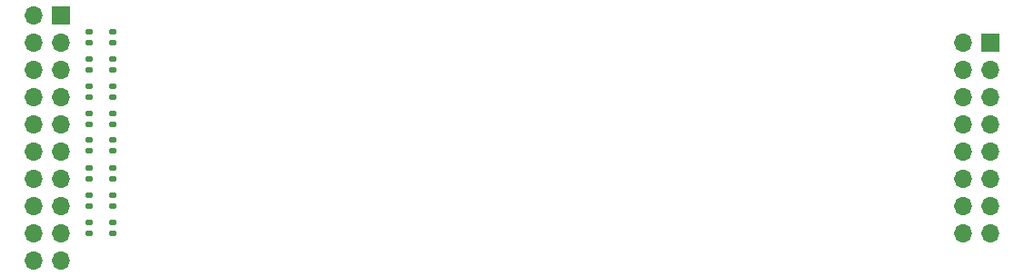
<source format=gbr>
%TF.GenerationSoftware,KiCad,Pcbnew,8.0.3*%
%TF.CreationDate,2025-07-14T16:25:53+02:00*%
%TF.ProjectId,Cmes,436d6573-2e6b-4696-9361-645f70636258,rev?*%
%TF.SameCoordinates,Original*%
%TF.FileFunction,Soldermask,Bot*%
%TF.FilePolarity,Negative*%
%FSLAX46Y46*%
G04 Gerber Fmt 4.6, Leading zero omitted, Abs format (unit mm)*
G04 Created by KiCad (PCBNEW 8.0.3) date 2025-07-14 16:25:53*
%MOMM*%
%LPD*%
G01*
G04 APERTURE LIST*
G04 Aperture macros list*
%AMRoundRect*
0 Rectangle with rounded corners*
0 $1 Rounding radius*
0 $2 $3 $4 $5 $6 $7 $8 $9 X,Y pos of 4 corners*
0 Add a 4 corners polygon primitive as box body*
4,1,4,$2,$3,$4,$5,$6,$7,$8,$9,$2,$3,0*
0 Add four circle primitives for the rounded corners*
1,1,$1+$1,$2,$3*
1,1,$1+$1,$4,$5*
1,1,$1+$1,$6,$7*
1,1,$1+$1,$8,$9*
0 Add four rect primitives between the rounded corners*
20,1,$1+$1,$2,$3,$4,$5,0*
20,1,$1+$1,$4,$5,$6,$7,0*
20,1,$1+$1,$6,$7,$8,$9,0*
20,1,$1+$1,$8,$9,$2,$3,0*%
G04 Aperture macros list end*
%ADD10RoundRect,0.135000X0.185000X-0.135000X0.185000X0.135000X-0.185000X0.135000X-0.185000X-0.135000X0*%
%ADD11R,1.700000X1.700000*%
%ADD12O,1.700000X1.700000*%
G04 APERTURE END LIST*
D10*
%TO.C,R20*%
X84683600Y-92432600D03*
X84683600Y-91412600D03*
%TD*%
%TO.C,R23*%
X84683600Y-84812600D03*
X84683600Y-83792600D03*
%TD*%
%TO.C,R24*%
X84683600Y-82272600D03*
X84683600Y-81252600D03*
%TD*%
%TO.C,R14*%
X86842600Y-87327200D03*
X86842600Y-86307200D03*
%TD*%
%TO.C,R26*%
X84683600Y-77192600D03*
X84683600Y-76172600D03*
%TD*%
%TO.C,R17*%
X86842600Y-79732600D03*
X86842600Y-78712600D03*
%TD*%
D11*
%TO.C,J1*%
X82014400Y-74650600D03*
D12*
X79474400Y-74650600D03*
X82014400Y-77190600D03*
X79474400Y-77190600D03*
X82014400Y-79730600D03*
X79474400Y-79730600D03*
X82014400Y-82270600D03*
X79474400Y-82270600D03*
X82014400Y-84810600D03*
X79474400Y-84810600D03*
X82014400Y-87350600D03*
X79474400Y-87350600D03*
X82014400Y-89890600D03*
X79474400Y-89890600D03*
X82014400Y-92430600D03*
X79474400Y-92430600D03*
X82014400Y-94970600D03*
X79474400Y-94970600D03*
X82014400Y-97510600D03*
X79474400Y-97510600D03*
%TD*%
D10*
%TO.C,R18*%
X86842600Y-77192600D03*
X86842600Y-76172600D03*
%TD*%
%TO.C,R15*%
X86842600Y-84812600D03*
X86842600Y-83792600D03*
%TD*%
%TO.C,R12*%
X86842600Y-92432600D03*
X86842600Y-91412600D03*
%TD*%
%TO.C,R16*%
X86842600Y-82272600D03*
X86842600Y-81252600D03*
%TD*%
%TO.C,R13*%
X86842600Y-89892600D03*
X86842600Y-88872600D03*
%TD*%
%TO.C,R25*%
X84683600Y-79732600D03*
X84683600Y-78712600D03*
%TD*%
%TO.C,R22*%
X84683600Y-87327200D03*
X84683600Y-86307200D03*
%TD*%
%TO.C,R11*%
X86842600Y-94972600D03*
X86842600Y-93952600D03*
%TD*%
D11*
%TO.C,J2*%
X168554400Y-77190600D03*
D12*
X166014400Y-77190600D03*
X168554400Y-79730600D03*
X166014400Y-79730600D03*
X168554400Y-82270600D03*
X166014400Y-82270600D03*
X168554400Y-84810600D03*
X166014400Y-84810600D03*
X168554400Y-87350600D03*
X166014400Y-87350600D03*
X168554400Y-89890600D03*
X166014400Y-89890600D03*
X168554400Y-92430600D03*
X166014400Y-92430600D03*
X168554400Y-94970600D03*
X166014400Y-94970600D03*
%TD*%
D10*
%TO.C,R19*%
X84683600Y-94972600D03*
X84683600Y-93952600D03*
%TD*%
%TO.C,R21*%
X84683600Y-89892600D03*
X84683600Y-88872600D03*
%TD*%
M02*

</source>
